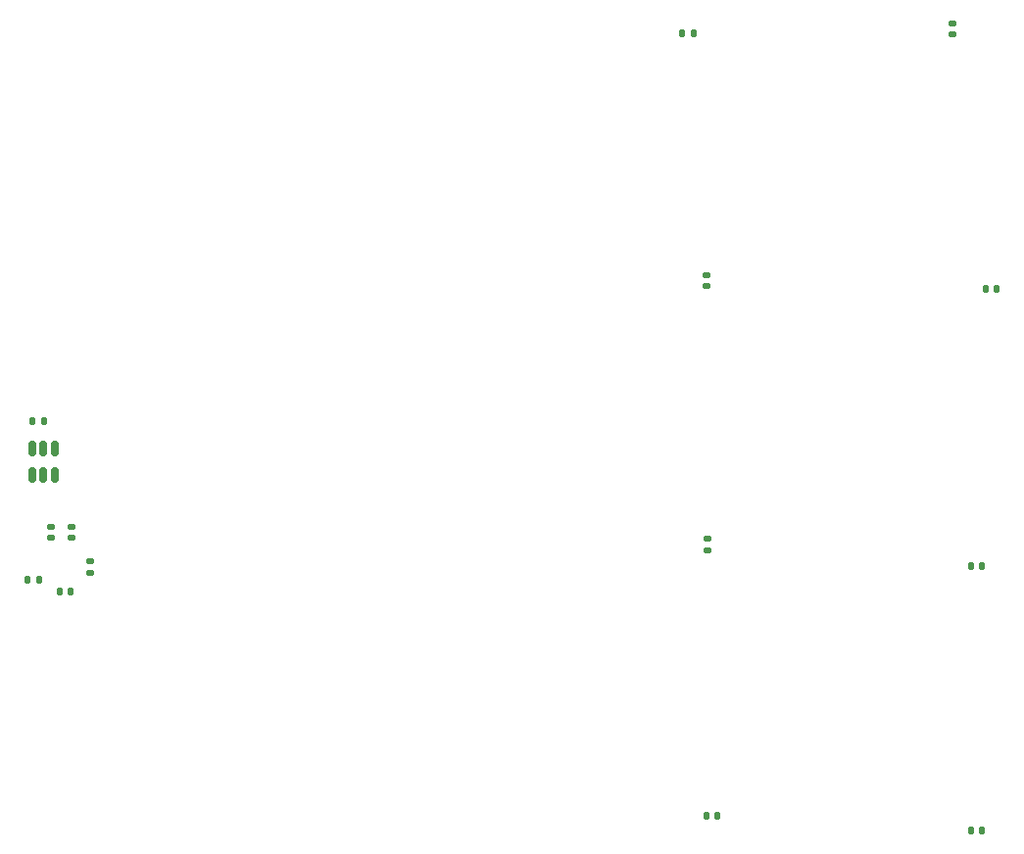
<source format=gbp>
G04 #@! TF.GenerationSoftware,KiCad,Pcbnew,(6.0.7)*
G04 #@! TF.CreationDate,2023-05-23T08:57:16-04:00*
G04 #@! TF.ProjectId,ECELab_v1,4543454c-6162-45f7-9631-2e6b69636164,rev?*
G04 #@! TF.SameCoordinates,Original*
G04 #@! TF.FileFunction,Paste,Bot*
G04 #@! TF.FilePolarity,Positive*
%FSLAX46Y46*%
G04 Gerber Fmt 4.6, Leading zero omitted, Abs format (unit mm)*
G04 Created by KiCad (PCBNEW (6.0.7)) date 2023-05-23 08:57:16*
%MOMM*%
%LPD*%
G01*
G04 APERTURE LIST*
G04 Aperture macros list*
%AMRoundRect*
0 Rectangle with rounded corners*
0 $1 Rounding radius*
0 $2 $3 $4 $5 $6 $7 $8 $9 X,Y pos of 4 corners*
0 Add a 4 corners polygon primitive as box body*
4,1,4,$2,$3,$4,$5,$6,$7,$8,$9,$2,$3,0*
0 Add four circle primitives for the rounded corners*
1,1,$1+$1,$2,$3*
1,1,$1+$1,$4,$5*
1,1,$1+$1,$6,$7*
1,1,$1+$1,$8,$9*
0 Add four rect primitives between the rounded corners*
20,1,$1+$1,$2,$3,$4,$5,0*
20,1,$1+$1,$4,$5,$6,$7,0*
20,1,$1+$1,$6,$7,$8,$9,0*
20,1,$1+$1,$8,$9,$2,$3,0*%
G04 Aperture macros list end*
%ADD10RoundRect,0.140000X0.170000X-0.140000X0.170000X0.140000X-0.170000X0.140000X-0.170000X-0.140000X0*%
%ADD11RoundRect,0.140000X-0.170000X0.140000X-0.170000X-0.140000X0.170000X-0.140000X0.170000X0.140000X0*%
%ADD12RoundRect,0.135000X-0.185000X0.135000X-0.185000X-0.135000X0.185000X-0.135000X0.185000X0.135000X0*%
%ADD13RoundRect,0.140000X0.140000X0.170000X-0.140000X0.170000X-0.140000X-0.170000X0.140000X-0.170000X0*%
%ADD14RoundRect,0.140000X-0.140000X-0.170000X0.140000X-0.170000X0.140000X0.170000X-0.140000X0.170000X0*%
%ADD15RoundRect,0.150000X-0.150000X0.512500X-0.150000X-0.512500X0.150000X-0.512500X0.150000X0.512500X0*%
%ADD16RoundRect,0.135000X-0.135000X-0.185000X0.135000X-0.185000X0.135000X0.185000X-0.135000X0.185000X0*%
G04 APERTURE END LIST*
D10*
X141706600Y-119148800D03*
X141706600Y-118188800D03*
D11*
X139954000Y-118188800D03*
X139954000Y-119148800D03*
X196550000Y-96420000D03*
X196550000Y-97380000D03*
D12*
X143306800Y-121181400D03*
X143306800Y-122201400D03*
D13*
X197507800Y-143179800D03*
X196547800Y-143179800D03*
X141653200Y-123748800D03*
X140693200Y-123748800D03*
D11*
X217875000Y-74670000D03*
X217875000Y-75630000D03*
D14*
X137924600Y-122732800D03*
X138884600Y-122732800D03*
D15*
X138343600Y-111435300D03*
X139293600Y-111435300D03*
X140243600Y-111435300D03*
X140243600Y-113710300D03*
X139293600Y-113710300D03*
X138343600Y-113710300D03*
D13*
X221655000Y-97600000D03*
X220695000Y-97600000D03*
X220367800Y-144399000D03*
X219407800Y-144399000D03*
D11*
X196672200Y-119230200D03*
X196672200Y-120190200D03*
D14*
X194495000Y-75500000D03*
X195455000Y-75500000D03*
D16*
X138351800Y-109042200D03*
X139371800Y-109042200D03*
D13*
X220393200Y-121564400D03*
X219433200Y-121564400D03*
M02*

</source>
